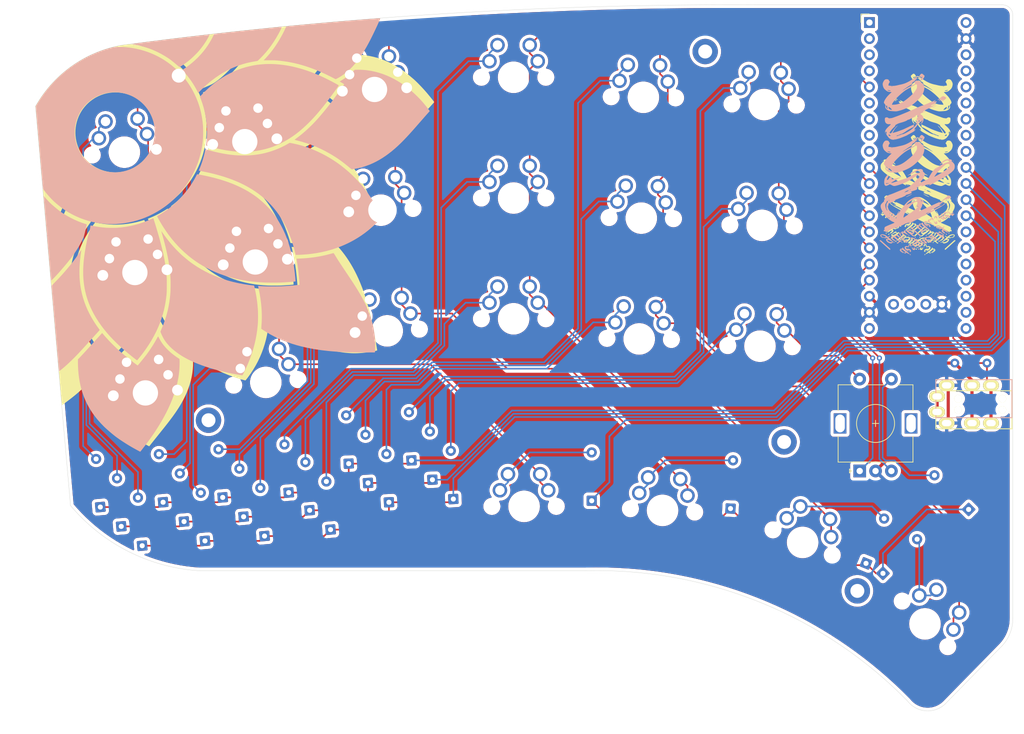
<source format=kicad_pcb>
(kicad_pcb (version 20211014) (generator pcbnew)
  (layers (0 "F.Cu" signal) (31 "B.Cu" signal) (34 "B.Paste" user) (35 "F.Paste" user) (36 "B.SilkS" user "B.Silkscreen") (37 "F.SilkS" user "F.Silkscreen") (38 "B.Mask" user) (39 "F.Mask" user) (44 "Edge.Cuts" user))
  (net 0 "")
  (net 1 "row0")
  (net 2 "Net-(D1-Pad2)")
  (net 3 "row1")
  (net 4 "Net-(D2-Pad2)")
  (net 5 "row2")
  (net 6 "Net-(D3-Pad2)")
  (net 7 "row3")
  (net 8 "Net-(D4-Pad2)")
  (net 9 "Net-(D5-Pad2)")
  (net 10 "Net-(D6-Pad2)")
  (net 11 "Net-(D7-Pad2)")
  (net 12 "Net-(D8-Pad2)")
  (net 13 "Net-(D9-Pad2)")
  (net 14 "Net-(D10-Pad2)")
  (net 15 "Net-(D11-Pad2)")
  (net 16 "Net-(D12-Pad2)")
  (net 17 "Net-(D13-Pad2)")
  (net 18 "Net-(D14-Pad2)")
  (net 19 "Net-(D15-Pad2)")
  (net 20 "Net-(D16-Pad2)")
  (net 21 "Net-(D17-Pad2)")
  (net 22 "Net-(D18-Pad2)")
  (net 23 "Net-(D19-Pad2)")
  (net 24 "Net-(D20-Pad2)")
  (net 25 "Net-(D21-Pad2)")
  (net 26 "Net-(D22-Pad2)")
  (net 27 "col0")
  (net 28 "col1")
  (net 29 "col2")
  (net 30 "col3")
  (net 31 "col4")
  (net 32 "col5")
  (net 33 "GND")
  (net 34 "DATA")
  (net 35 "+5V")
  (net 60 "Net-(D23-Pad2)")
  (net 61 "ROTA")
  (net 62 "ROTB")
  (net 64 "unconnected-(J1-PadA)")
  (footprint "switches:SW_MX_reversible_NoSilk" (layer "F.Cu") (at 87.1474 108.585 5)
    (fp_text reference "SW6" hide)
    (fp_text value "SW_Push")
  )
  (footprint "switches:SW_MX_reversible_NoSilk" (layer "F.Cu") (at 104.299 62.373 3)
    (fp_text reference "SW8" hide)
    (fp_text value "SW_Push")
  )
  (footprint "acheron_Components:D_THT_7.62mm_copy" (layer "F.Cu") (at 90.424 122.174 95)
    (fp_text reference "D12")
    (fp_text value "D_Small")
  )
  (footprint "acheron_Components:D_THT_7.62mm_copy" (layer "F.Cu") (at 70.612 123.698 95)
    (fp_text reference "D4")
    (fp_text value "D_Small")
  )
  (footprint "acheron_Components:D_THT_7.62mm_copy" (layer "F.Cu") (at 97.028 128.016 95)
    (fp_text reference "D14")
    (fp_text value "D_Small")
  )
  (footprint "acheron_Components:D_THT_7.62mm_copy" (layer "F.Cu") (at 77.216 129.794 95)
    (fp_text reference "D6")
    (fp_text value "D_Small")
  )
  (footprint "used_footprints:M2_HOLE_PCB" (layer "F.Cu") (at 78.105 114.554)
    (fp_text reference "H3" hide)
    (fp_text value "Hole")
  )
  (footprint "switches:SW_MX_reversible_NoSilk" (layer "F.Cu") (at 64.83 72.263 5)
    (fp_text reference "SW1" hide)
    (fp_text value "SW_Push")
  )
  (footprint "used_footprints:M2_HOLE_PCB" (layer "F.Cu") (at 180.467 141.478)
    (fp_text reference "H5" hide)
    (fp_text value "Hole")
  )
  (footprint "logo:designRed" (layer "F.Cu") (at 189.552363 85.2 155.5)
    (fp_text reference "G***" hide)
    (fp_text value "LOGO" hide)
  )
  (footprint "used_footprints:M2_HOLE_PCB" (layer "F.Cu") (at 156.464 56.388)
    (fp_text reference "H2" hide)
    (fp_text value "Hole")
  )
  (footprint "acheron_Components:D_THT_7.62mm_copy" (layer "F.Cu") (at 195.326 125.9332 135)
    (fp_text reference "D23")
    (fp_text value "D_Small")
  )
  (footprint "acheron_Components:D_THT_7.62mm_copy" (layer "F.Cu") (at 80.01 122.936 95)
    (fp_text reference "D8")
    (fp_text value "D_Small")
  )
  (footprint "acheron_Components:D_THT_7.62mm_copy" (layer "F.Cu") (at 183.261 133.604 68)
    (fp_text reference "D15")
    (fp_text value "D_Small")
  )
  (footprint "switches:SW_MX_reversible_NoSilk" (layer "F.Cu") (at 126.238 98.552)
    (fp_text reference "SW14" hide)
    (fp_text value "SW_Push")
  )
  (footprint "acheron_Components:D_THT_7.62mm_copy" (layer "F.Cu") (at 109.9274 117.088779 93)
    (fp_text reference "D20")
    (fp_text value "D_Small")
  )
  (footprint "acheron_Components:D_THT_7.62mm_copy" (layer "F.Cu") (at 93.726 124.968 95)
    (fp_text reference "D13")
    (fp_text value "D_Small")
  )
  (footprint "switches:SW_MX_reversible_NoSilk" (layer "F.Cu") (at 171.831 133.830923 -23)
    (fp_text reference "SW15" hide)
    (fp_text value "SW_Push")
  )
  (footprint "gerbers:khada" (layer "F.Cu") (at 189.9844 72.39 90)
    (fp_text reference "G***" hide)
    (fp_text value "LOGO" hide)
  )
  (footprint "acheron_Components:D_THT_7.62mm_copy" (layer "F.Cu") (at 116.5314 123.184779 93)
    (fp_text reference "D22")
    (fp_text value "D_Small")
  )
  (footprint "switches:SW_MX_reversible_NoSilk" (layer "F.Cu") (at 105.299 81.415 3)
    (fp_text reference "SW9" hide)
    (fp_text value "SW_Push")
  )
  (footprint "acheron_Components:D_THT_7.62mm_copy" (layer "F.Cu") (at 138.557 123.444 90)
    (fp_text reference "D7")
    (fp_text value "D_Small")
  )
  (footprint "switches:SW_MX_reversible_NoSilk" (layer "F.Cu") (at 146.05 101.727 -1)
    (fp_text reference "SW18" hide)
    (fp_text value "SW_Push")
  )
  (footprint "switches:SW_MX_reversible_NoSilk" (layer "F.Cu") (at 85.4874 89.593 5)
    (fp_text reference "SW5" hide)
    (fp_text value "SW_Push")
  )
  (footprint "switches:SW_MX_reversible_NoSilk" (layer "F.Cu") (at 149.733 128.778 -3)
    (fp_text reference "SW11" hide)
    (fp_text value "SW_Push")
  )
  (footprint "switches:SW_MX_reversible_NoSilk" (layer "F.Cu") (at 165.105 102.87 -1)
    (fp_text reference "SW22" hide)
    (fp_text value "SW_Push")
  )
  (footprint "acheron_Components:D_THT_7.62mm_copy" (layer "F.Cu") (at 64.008 127.508 95)
    (fp_text reference "D2")
    (fp_text value "D_Small")
  )
  (footprint "switches:SW_MX_reversible_NoSilk" (layer "F.Cu") (at 126.238 60.452)
    (fp_text reference "SW12" hide)
    (fp_text value "SW_Push")
  )
  (footprint "Resistor_THT:R_Axial_DIN0204_L3.6mm_D1.6mm_P5.08mm_Horizontal" (layer "F.Cu") (at 195.834 105.537)
    (fp_text reference "R1" hide)
    (fp_text value "10k")
  )
  (footprint "switches:SW_MX_reversible_NoSilk" (layer "F.Cu") (at 126.238 79.502)
    (fp_text reference "SW13" hide)
    (fp_text value "SW_Push")
  )
  (footprint "switches:SW_MX_reversible_NoSilk" (layer "F.Cu") (at 165.765 64.756 -1)
    (fp_text reference "SW20" hide)
    (fp_text value "SW_Push")
  )
  (footprint "acheron_Components:D_THT_7.62mm_copy" (layer "F.Cu") (at 83.312 125.984 95)
    (fp_text reference "D9")
    (fp_text value "D_Small")
  )
  (footprint "switches:SW_MX_reversible_NoSilk" (layer "F.Cu") (at 106.299712 100.457 3)
    (fp_text reference "SW10" hide)
    (fp_text value "SW_Push")
  )
  (footprint "acheron_Components:D_THT_7.62mm_copy" (layer "F.Cu") (at 160.655 124.686923 87)
    (fp_text reference "D11")
    (fp_text value "D_Small")
  )
  (footprint "acheron_Components:D_THT_7.62mm_copy" (layer "F.Cu") (at 73.914 126.746 95)
    (fp_text reference "D5")
    (fp_text value "D_Small")
  )
  (footprint "acheron_Components:D_THT_7.62mm_copy" (layer "F.Cu") (at 60.706 124.46 95)
    (fp_text reference "D1")
    (fp_text value "D_Small")
  )
  (footprint "switches:SW_MX_reversible_NoSilk" (layer "F.Cu") (at 66.49 91.255 5)
    (fp_text reference "SW2" hide)
    (fp_text value "SW_Push")
  )
  (footprint "acheron_Components:D_THT_7.62mm_copy" (layer "F.Cu") (at 103.0694 120.644779 93)
    (fp_text reference "D17")
    (fp_text value "D_Small")
  )
  (footprint "used_footprints:M2_HOLE_PCB" (layer "F.Cu") (at 168.91 117.983)
    (fp_text reference "H4" hide)
    (fp_text value "Hole")
  )
  (footprint "acheron_Components:D_THT_7.62mm_copy" (layer "F.Cu") (at 67.31 130.556 95)
    (fp_text reference "D3")
    (fp_text value "D_Small")
  )
  (footprint "acheron_Components:D_THT_7.62mm_copy" (layer "F.Cu") (at 100.0214 117.596779 93)
    (fp_text reference "D16")
    (fp_text value "D_Small")
  )
  (footprint "logo:lotusFront" (layer "F.Cu") (at 82.2706 85.09)
    (fp_text reference "G***" hide)
    (fp_text value "LOGO" hide)
  )
  (footprint "blackpills:YAAJ_WeAct_BlackPill_SWD_2" (layer "F.Cu") (at 182.372 51.816)
    (fp_text reference "U1" hide)
    (fp_text value "YAAJ_WeAct_BlackPill_Part_Like_SWD_Breakout" hide)
  )
  (footprint "switches:SW_MX_reversible_NoSilk" (layer "F.Cu") (at 127.889 128.143)
    (fp_text reference "SW7" hide)
    (fp_text value "SW_Push")
  )
  (footprint "switches:SW_MX_reversible_NoSilk" (layer "F.Cu") (at 191.135 146.685 -45)
    (fp_text reference "SW19" hide)
    (fp_text value "SW_Push")
  )
  (footprint "switches:SW_MX_reversible_NoSilk" (layer "F.Cu") (at 146.3802 82.67 -1)
    (fp_text reference "SW17" hide)
    (fp_text value "SW_Push")
  )
  (footprint "acheron_Components:D_THT_7.62mm_copy" (layer "F.Cu") (at 86.614 129.032 95)
    (fp_text reference "D10")
    (fp_text value "D_Small")
  )
  (footprint "used_footprints:M2_HOLE_PCB" (layer "F.Cu") (at 73.406 60.198)
    (fp_text reference "H1" hide)
    (fp_text value "Hole")
  )
  (footprint "switches:SW_MX_reversible_NoSilk" (layer "F.Cu") (at 165.435 83.813 -1)
    (fp_text reference "SW21" hide)
    (fp_text value "SW_Push")
  )
  (footprint "switches:SW_MX_reversible_NoSilk" (layer "F.Cu") (at 146.7102 63.613 -1)
    (fp_text reference "SW16" hide)
    (fp_text value "SW_Push")
  )
  (footprint "acheron_Components:D_THT_7.62mm_copy" (layer "F.Cu") (at 187.198 136.017 45)
    (fp_text reference "D19")
    (fp_text value "D_Small")
  )
  (footprint "switches:SW_MX_reversible_NoSilk" (layer "F.Cu") (at 83.8274 70.601 5)
    (fp_text reference "SW4" hide)
    (fp_text value "SW_Push")
  )
  (footprint "acheron_Components:D_THT_7.62mm_copy" (layer "F.Cu") (at 113.2294 120.136779 93)
    (fp_text reference "D21")
    (fp_text value "D_Small")
  )
  (footprint "switches:SW_MX_reversible_NoSilk" (layer "F.Cu") (at 68.15 110.247 5)
    (fp_text reference "SW3" hide)
    (fp_text value "SW_Push")
  )
  (footprint "kbd:MJ-4PP-9" (layer "F.Cu") (at 204.851 112.903 -90)
    (fp_text reference "J1")
    (fp_text value "MJ-4PP-9" hide)
  )
  (footprint "acheron_Components:D_THT_7.62mm_copy" (layer "F.Cu") (at 106.3714 123.692779 93)
    (fp_text reference "D18")
    (fp_text value "D_Small")
  )
  (footprint "keebio:RotaryEncoder_Alps_EC11E-Switch_Vertical_H20mm" (layer "F.Cu") (at 183.3372 115.062 90)
    (fp_text reference "SW23" hide)
    (fp_text value "RotaryEncoder_Switch")
  )
  (footprint "logo:lotusBack" (layer "B.Cu") (at 81.93 85.31 180)
    (fp_text reference "G***" hide)
    (fp_text value "LOGO" hide)
  )
  (footprint "logo:designRed" (layer "B.Cu") (at 190.373 85.2 24.5)
    (fp_text reference "G***" hide)
    (fp_text value "LOGO" hide)
  )
  (footprint "gerbers:khada" (layer "B.Cu") (at 189.9844 72.39 90)
    (fp_text reference "G***" hide)
    (fp_text value "LOGO" hide)
  )
  (gr_line (start 205 50.670148) (end 205 145.796) (layer "Edge.Cuts") (width 0.05))
  (gr_line (start 203.327 150.114) (end 194.306588 159.328408) (layer "Edge.Cuts") (width 0.05))
  (gr_arc (start 205 145.796) (mid 204.573635 148.113906) (end 203.327 150.114) (layer "Edge.Cuts") (width 0.05))
  (gr_line (start 137.668 138.303) (end 76.658211 138.303) (layer "Edge.Cuts") (width 0.05))
  (gr_arc (start 50.8 65.024) (mid 56.552913 58.655901) (end 64.482867 55.374967) (layer "Edge.Cuts") (width 0.05))
  (gr_arc (start 137.668 138.303) (mid 165.186051 143.302834) (end 188.413261 158.88289) (layer "Edge.Cuts") (width 0.05))
  (gr_line (start 56.338211 128.016) (end 50.8 65.024) (layer "Edge.Cuts") (width 0.05))
  (gr_arc (start 64.482867 55.374967) (mid 114.27152 50.483686) (end 164.2785 49.022) (layer "Edge.Cuts") (width 0.05))
  (gr_arc (start 76.658211 138.303) (mid 65.443605 135.242672) (end 56.338211 128.016) (layer "Edge.Cuts") (width 0.05))
  (gr_arc (start 194.306588 159.328408) (mid 191.262 160.401) (end 188.413261 158.88289) (layer "Edge.Cuts") (width 0.05))
  (gr_arc (start 203.327 49.022) (mid 204.508461 49.495912) (end 205 50.670148) (layer "Edge.Cuts") (width 0.05))
  (gr_line (start 164.2785 49.022) (end 203.327 49.022) (layer "Edge.Cuts") (width 0.05))
  (segment (start 90.756063 125.969502) (end 97.804498 125.969502) (width 0.254) (layer "F.Cu") (net 1))
  (segment (start 80.342063 126.731502) (end 89.994063 126.731502) (width 0.254) (layer "F.Cu") (net 1))
  (segment (start 79.580063 127.493502) (end 80.342063 126.731502) (width 0.254) (layer "F.Cu") (net 1))
  (segment (start 61.038063 128.255502) (end 70.182063 128.255502) (width 0.254) (layer "F.Cu") (net 1))
  (segment (start 100.2208 121.401558) (end 109.6188 121.401558) (width 0.254) (layer "F.Cu") (net 1))
  (segment (start 100.2208 123.5532) (end 100.2208 121.401558) (width 0.254) (layer "F.Cu") (net 1))
  (segment (start 89.994063 126.731502) (end 90.756063 125.969502) (width 0.254) (layer "F.Cu") (net 1))
  (segment (start 70.944063 127.493502) (end 79.580063 127.493502) (width 0.254) (layer "F.Cu") (net 1))
  (segment (start 97.804498 125.969502) (end 100.2208 123.5532) (width 0.254) (layer "F.Cu") (net 1))
  (segment (start 109.6188 121.401558) (end 110.1268 120.893558) (width 0.254) (layer "F.Cu") (net 1))
  (segment (start 70.182063 128.255502) (end 70.944063 127.493502) (width 0.254) (layer "F.Cu") (net 1))
  (segment (start 202.184 100.862774) (end 202.184 86.36) (width 0.254) (layer "B.Cu") (net 1))
  (segment (start 202.184 86.36) (end 198.12 82.296) (width 0.254) (layer "B.Cu") (net 1))
  (segment (start 118.120442 120.893558) (end 125.984 113.03) (width 0.254) (layer "B.Cu") (net 1))
  (segment (start 201.009334 102.03744) (end 202.184 100.862774) (width 0.254) (layer "B.Cu") (net 1))
  (segment (start 198.12 82.296) (end 197.612 82.296) (width 0.254) (layer "B.Cu") (net 1))
  (segment (start 110.1268 120.893558) (end 118.120442 120.893558) (width 0.254) (layer "B.Cu") (net 1))
  (segment (start 178.308137 102.03744) (end 201.009334 102.03744) (width 0.254) (layer "B.Cu") (net 1))
  (segment (start 167.315574 113.03) (end 178.308137 102.03744) (width 0.254) (layer "B.Cu") (net 1))
  (segment (start 125.984 113.03) (end 167.315574 113.03) (width 0.254) (layer "B.Cu") (net 1))
  (segment (start 60.813123 70.064729) (end 60.813123 68.467498) (width 0.254) (layer "B.Cu") (net 2))
  (segment (start 58.32681 71.72119) (end 59.983271 70.064729) (width 0.254) (layer "B.Cu") (net 2))
  (segment (start 60.813123 68.467498) (end 61.856914 67.423707) (width 0.254) (layer "B.Cu") (net 2))
  (segment (start 58.32681 118.617371) (end 58.32681 71.72119) (width 0.254) (layer "B.Cu") (net 2))
  (segment (start 60.373937 120.664498) (end 58.32681 118.617371) (width 0.254) (layer "B.Cu") (net 2))
  (segment (start 64.340063 131.303502) (end 73.484063 131.303502) (width 0.254) (layer "F.Cu") (net 3))
  (segment (start 103.2688 124.449558) (end 112.9208 124.449558) (width 0.254) (layer "F.Cu") (net 3))
  (segment (start 83.644063 129.779502) (end 93.042063 129.779502) (width 0.254) (layer "F.Cu") (net 3))
  (segment (start 94.058063 128.763502) (end 100.852498 128.763502) (width 0.254) (layer "F.Cu") (net 3))
  (segment (start 103.2688 126.3472) (end 103.2688 124.449558) (width 0.254) (layer "F.Cu") (net 3))
  (segment (start 74.246063 130.541502) (end 82.882063 130.541502) (width 0.254) (layer "F.Cu") (net 3))
  (segment (start 73.484063 131.303502) (end 74.246063 130.541502) (width 0.254) (layer "F.Cu") (net 3))
  (segment (start 100.852498 128.763502) (end 103.2688 126.3472) (width 0.254) (layer "F.Cu") (net 3))
  (segment (start 82.882063 130.541502) (end 83.644063 129.779502) (width 0.254) (layer "F.Cu") (net 3))
  (segment (start 112.9208 124.449558) (end 113.4288 123.941558) (width 0.254) (layer "F.Cu") (net 3))
  (segment (start 93.042063 129.779502) (end 94.058063 128.763502) (width 0.254) (layer "F.Cu") (net 3))
  (segment (start 201.219556 102.54496) (end 202.69152 101.072996) (width 0.254) (layer "B.Cu") (net 3))
  (segment (start 113.4288 123.941558) (end 115.790183 123.941558) (width 0.254) (layer "B.Cu") (net 3))
  (segment (start 178.518358 102.54496) (end 201.219556 102.54496) (width 0.254) (layer "B.Cu") (net 3))
  (segment (start 202.69152 101.072996) (end 202.69152 84.83552) (width 0.254) (layer "B.Cu") (net 3))
  (segment (start 115.790183 123.941558) (end 126.194222 113.53752) (width 0.254) (layer "B.Cu") (net 3))
  (segment (start 167.525796 113.53752) (end 178.518358 102.54496) (width 0.254) (layer "B.Cu") (net 3))
  (segment (start 202.69152 84.83552) (end 197.612 79.756) (width 0.254) (layer "B.Cu") (net 3))
  (segment (start 126.194222 113.53752) (end 167.525796 113.53752) (width 0.254) (layer "B.Cu") (net 3))
  (segment (start 63.675937 120.157607) (end 58.83433 115.316) (width 0.254) (layer "B.Cu") (net 4))
  (segment (start 62.473123 87.459498) (end 63.516914 86.415707) (width 0.254) (layer "B.Cu") (net 4))
  (segment (start 63.675937 123.712498) (end 63.675937 120.157607) (width 0.254) (layer "B.Cu") (net 4))
  (segment (start 60.803271 89.056729) (end 62.473123 89.056729) (width 0.254) (layer "B.Cu") (net 4))
  (segment (start 62.473123 89.056729) (end 62.473123 87.459498) (width 0.254) (layer "B.Cu") (net 4))
  (segment (start 58.83433 91.02567) (end 60.803271 89.056729) (width 0.254) (layer "B.Cu") (net 4))
  (segment (start 58.83433 115.316) (end 58.83433 91.02567) (width 0.254) (layer "B.Cu") (net 4))
  (segment (start 86.946063 132.827502) (end 96.344063 132.827502) (width 0.254) (layer "F.Cu") (net 5))
  (segment (start 97.360063 131.811502) (end 104.154498 131.811502) (width 0.254) (layer "F.Cu") (net 5))
  (segment (start 86.184063 133.589502) (end 86.946063 132.827502) (width 0.254) (layer "F.Cu") (net 5))
  (segment (start 96.344063 132.827502) (end 97.360063 131.811502) (width 0.254) (layer "F.Cu") (net 5))
  (segment (start 116.2228 127.497558) (end 116.7308 126.989558) (width 0.254) (layer "F.Cu") (net 5))
  (segment (start 77.548063 133.589502) (end 86.184063 133.589502) (width 0.254) (layer "F.Cu") (net 5))
  (segment (start 106.5708 129.3952) (end 106.5708 127.497558) (width 0.254) (layer "F.Cu") (net 5))
  (segment (start 106.5708 127.497558) (end 116.2228 127.497558) (width 0.254) (layer "F.Cu") (net 5))
  (segment (start 76.786063 134.351502) (end 77.548063 133.589502) (width 0.254) (layer "F.Cu") (net 5))
  (segment (start 67.642063 134.351502) (end 76.786063 134.351502) (width 0.254) (layer "F.Cu") (net 5))
  (segment (start 104.154498 131.811502) (end 106.5708 129.3952) (width 0.254) (layer "F.Cu") (net 5))
  (segment (start 203.2 86.656819) (end 203.2 82.804) (width 0.254) (layer "B.Cu") (net 5))
  (segment (start 116.7308 123.718683) (end 126.404444 114.04504) (width 0.254) (layer "B.Cu") (net 5))
  (segment (start 201.429778 103.05248) (end 203.19904 101.283218) (width 0.254) (layer "B.Cu") (net 5))
  (segment (start 167.736018 114.04504) (end 178.728579 103.05248) (width 0.254) (layer "B.Cu") (net 5))
  (segment (start 203.19904 86.657779) (end 203.2 86.656819) (width 0.254) (layer "B.Cu") (net 5))
  (segment (start 116.7308 126.989558) (end 116.7308 123.718683) (width 0.254) (layer "B.Cu") (net 5))
  (segment (start 126.404444 114.04504) (end 167.736018 114.04504) (width 0.254) (layer "B.Cu") (net 5))
  (segment (start 203.19904 101.283218) (end 203.19904 86.657779) (width 0.254) (layer "B.Cu") (net 5))
  (segment (start 178.728579 103.05248) (end 201.429778 103.05248) (width 0.254) (layer "B.Cu") (net 5))
  (segment (start 203.2 82.804) (end 197.612 77.216) (width 0.254) (layer "B.Cu") (net 5))
  (segment (start 64.133123 108.048729) (end 64.133123 106.451498) (width 0.254) (layer "B.Cu") (net 6))
  (segment (start 59.34185 110.83815) (end 62.142271 108.037729) (width 0.254) (layer "B.Cu") (net 6))
  (segment (start 62.142271 108.037729) (end 64.055123 108.037729) (width 0.254) (layer "B.Cu") (net 6))
  (segment (start 66.977937 122.741865) (end 59.34185 115.105778) (width 0.254) (layer "B.Cu") (net 6))
  (segment (start 59.34185 115.105778) (end 59.34185 110.83815) (width 0.254) (layer "B.Cu") (net 6))
  (segment (start 66.977937 126.760498) (end 66.977937 122.741865) (width 0.254) (layer "B.Cu") (net 6))
  (segment (start 64.133123 106.451498) (end 65.176914 105.407707) (width 0.254) (layer "B.Cu") (net 6))
  (segment (start 181.556319 137.414) (end 181.833749 137.13657) (width 0.254) (layer "F.Cu") (net 7))
  (segment (start 160.4556 128.491702) (end 160.495702 128.491702) (width 0.254) (layer "F.Cu") (net 7))
  (segment (start 138.557 127.254) (end 144.145 132.842) (width 0.254) (layer "F.Cu") (net 7))
  (segment (start 183.408256 138.711077) (end 184.503923 138.711077) (width 0.254) (layer "F.Cu") (net 7))
  (segment (start 160.495702 128.491702) (end 169.418 137.414) (width 0.254) (layer "F.Cu") (net 7))
  (segment (start 144.145 132.842) (end 156.105302 132.842) (width 0.254) (layer "F.Cu") (net 7))
  (segment (start 181.833749 137.13657) (end 183.408256 138.711077) (width 0.254) (layer "F.Cu") (net 7))
  (segment (start 156.105302 132.842) (end 160.4556 128.491702) (width 0.254) (layer "F.Cu") (net 7))
  (segment (start 169.418 137.414) (end 181.556319 137.414) (width 0.254) (layer "F.Cu") (net 7))
  (segment (start 184.503923 135.536077) (end 191.412723 128.627277) (width 0.254) (layer "B.Cu") (net 7))
  (segment (start 203.70752 86.86704) (end 203.70752 80.77152) (width 0.254) (layer "B.Cu") (net 7))
  (segment (start 167.94624 114.55256) (end 178.9388 103.56) (width 0.254) (layer "B.Cu") (net 7))
  (segment (start 203.70656 101.49344) (end 203.70656 86.868) (width 0.254) (layer "B.Cu") (net 7))
  (segment (start 203.70656 86.868) (end 203.70752 86.86704) (width 0.254) (layer "B.Cu") (net 7))
  (segment (start 203.70752 80.77152) (end 197.612 74.676) (width 0.254) (layer "B.Cu") (net 7))
  (segment (start 178.9388 103.56) (end 201.64 103.56) (width 0.254) (layer "B.Cu") (net 7))
  (segment (start 201.64 103.56) (end 203.70656 101.49344) (width 0.254) (layer "B.Cu") (net 7))
  (segment (start 138.557 127.127) (end 141.351 124.333) (width 0.254) (layer "B.Cu") (net 7))
  (segment (start 141.351 117.094) (end 143.89244 114.55256) (width 0.254) (layer "B.Cu") (net 7))
  (segment (start 141.351 124.333) (end 141.351 117.094) (width 0.254) (layer "B.Cu") (net 7))
  (segment (start 138.557 127.254) (end 138.557 127.127) (width 0.254) (layer "B.Cu") (net 7))
  (segment (start 184.503923 138.711077) (end 184.503923 135.536077) (width 0.254) (layer "B.Cu") (net 7))
  (segment (start 143.89244 114.55256) (end 167.94624 114.55256) (width 0.254) (layer "B.Cu") (net 7))
  (segment (start 191.412723 128.627277) (end 198.020077 128.627277) (width 0.254) (layer "B.Cu") (net 7))
  (segment (start 79.777723 68.261329) (end 77.026671 68.261329) (width 0.254) (layer "B.Cu") (net 8))
  (segment (start 74.676 117.9068) (end 72.680302 119.902498) (width 0.254) (layer "B.Cu") (net 8))
  (segment (start 79.810523 66.805498) (end 80.854314 65.761707) (width 0.254) (layer "B.Cu") (net 8))
  (segment (start 77.026671 68.261329) (end 74.676 70.612) (width 0.254) (layer "B.Cu") (net 8))
  (segment (start 72.680302 119.902498) (end 70.279937 119.902498) (width 0.254) (layer "B.Cu") (net 8))
  (segment (start 74.676 70.612) (end 74.676 117.9068) (width 0.254) (layer "B.Cu") (net 8))
  (segment (start 79.810523 68.402729) (end 79.810523 66.805498) (width 0.254) (layer "B.Cu") (net 8))
  (segment (start 75.184 90.17) (end 75.184 121.348435) (width 0.254) (layer "B.Cu") (net 9))
  (segment (start 75.184 121.348435) (end 73.581937 122.950498) (width 0.254) (layer "B.Cu") (net 9))
  (segment (start 81.470523 87.394729) (end 81.470523 85.797498) (width 0.254) (layer "B.Cu") (net 9))
  (segment (start 81.470523 85.797498) (end 82.514314 84.753707) (width 0.254) (layer "B.Cu") (net 9))
  (segment (start 78.017271 87.336729) (end 75.184 90.17) (width 0.254) (layer "B.Cu") (net 9))
  (segment (start 81.454123 87.336729) (end 78.017271 87.336729) (width 0.254) (layer "B.Cu") (net 9))
  (segment (start 75.692 124.806561) (end 76.883937 125.998498) (width 0.254) (layer "B.Cu") (net 10))
  (segment (start 78.271271 106.386729) (end 75.692 108.966) (width 0.254) (layer "B.Cu") (net 10))
  (segment (start 83.130523 104.789498) (end 84.174314 103.745707) (width 0.254) (layer "B.Cu") (net 10))
  (segment (start 83.130523 106.386729) (end 83.130523 104.789498) (width 0.254) (layer "B.Cu") (net 10))
  (segment (start 75.692 108.966) (end 75.692 124.806561) (width 0.254) (layer "B.Cu") (net 10))
  (segment (start 83.105123 106.386729) (end 78.271271 106.386729) (width 0.254) (layer "B.Cu") (net 10))
  (segment (start 125.349 123.063) (end 128.778 119.634) (width 0.254) (layer "B.Cu") (net 11))
  (segment (start 128.778 119.634) (end 138.557 119.634) (width 0.254) (layer "B.Cu") (net 11))
  (segment (start 124.079 125.603) (end 125.349 124.333) (width 0.254) (layer "B.Cu") (net 11))
  (segment (start 125.349 124.333) (end 125.349 123.063) (width 0.254) (layer "B.Cu") (net 11))
  (segment (start 93.726 108.419516) (end 93.726 64.008) (width 0.254) (layer "B.Cu") (net 12))
  (segment (start 97.698119 60.035881) (end 100.361288 60.035881) (width 0.254) (layer "B.Cu") (net 12))
  (segment (start 100.361288 58.568221) (end 101.496614 57.432895) (width 0.254) (layer "B.Cu") (net 12))
  (segment (start 79.692435 119.126) (end 83.019516 119.126) (width 0.254) (layer "B.Cu") (net 12))
  (segment (start 100.361288 60.035881) (end 100.361288 58.568221) (width 0.254) (layer "B.Cu") (net 12))
  (segment (start 93.726 64.008) (end 97.698119 60.035881) (width 0.254) (layer "B.Cu") (net 12))
  (segment (start 83.019516 119.126) (end 93.726 108.419516) (width 0.254) (layer "B.Cu") (net 12))
  (segment (start 82.979937 119.883321) (end 94.23352 108.629738) (width 0.254) (layer "B.Cu") (net 13))
  (segment (start 101.361288 79.077881) (end 101.361288 77.610221) (width 0.254) (layer "B.Cu") (net 13))
  (segment (start 98.214119 79.077881) (end 101.361288 79.077881) (width 0.254) (layer "B.Cu") (net 13))
  (segment (start 94.23352 108.629738) (end 94.23352 83.05848) (width 0.254) (layer "B.Cu") (net 13))
  (segment (start 101.361288 77.610221) (end 102.496614 76.474895) (width 0.254) (layer "B.Cu") (net 13))
  (segment (start 82.979937 122.188498) (end 82.979937 119.883321) (width 0.254) (layer "B.Cu") (net 13))
  (segment (start 94.23352 83.05848) (end 98.214119 79.077881) (width 0.254) (layer "B.Cu") (net 13))
  (segment (start 94.742 102.108) (end 98.730119 98.119881) (width 0.254) (layer "B.Cu") (net 14))
  (segment (start 86.281937 117.299063) (end 94.742 108.839) (width 0.254) (layer "B.Cu") (net 14))
  (segment (start 86.281937 125.236498) (end 86.281937 117.299063) (width 0.254) (layer "B.Cu") (net 14))
  (segment (start 98.730119 98.119881) (end 102.362 98.119881) (width 0.254) (layer "B.Cu") (net 14))
  (segment (start 94.742 108.839) (end 94.742 102.108) (width 0.254) (layer "B.Cu") (net 14))
  (segment (start 102.362 98.119881) (end 102.362 96.652221) (width 0.254) (layer "B.Cu") (net 14))
  (segment (start 102.362 96.652221) (end 103.497326 95.516895) (width 0.254) (layer "B.Cu") (net 14))
  (segment (start 147.462348 123.572029) (end 150.152233 120.882144) (width 0.254) (layer "B.Cu") (net 15))
  (segment (start 150.152233 120.882144) (end 160.8544 120.882144) (width 0.254) (layer "B.Cu") (net 15))
  (segment (start 146.061155 126.042081) (end 147.462348 124.640888) (width 0.254) (layer "B.Cu") (net 15))
  (segment (start 147.462348 124.640888) (end 147.462348 123.572029) (width 0.254) (layer "B.Cu") (net 15))
  (segment (start 100.584 106.426) (end 110.236 106.426) (width 0.254) (layer "B.Cu") (net 16))
  (segment (start 90.091937 116.918063) (end 100.584 106.426) (width 0.254) (layer "B.Cu") (net 16))
  (segment (start 114.3 102.362) (end 114.3 62.738) (width 0.254) (layer "B.Cu") (net 16))
  (segment (start 90.091937 118.378498) (end 90.091937 116.918063) (width 0.254) (layer "B.Cu") (net 16))
  (segment (start 119.126 57.912) (end 122.428 57.912) (width 0.254) (layer "B.Cu") (net 16))
  (segment (start 110.236 106.426) (end 114.3 102.362) (width 0.254) (layer "B.Cu") (net 16))
  (segment (start 123.698 55.372) (end 122.428 56.642) (width 0.254) (layer "B.Cu") (net 16))
  (segment (start 122.428 56.642) (end 122.428 57.912) (width 0.254) (layer "B.Cu") (net 16))
  (segment (start 114.3 62.738) (end 119.126 57.912) (width 0.254) (layer "B.Cu") (net 16))
  (segment (start 122.428 75.692) (end 122.428 76.962) (width 0.254) (layer "B.Cu") (net 17))
  (segment (start 110.445741 106.934) (end 114.80752 102.572221) (width 0.254) (layer "B.Cu") (net 17))
  (segment (start 114.80752 102.572221) (end 114.80752 81.02648) (width 0.254) (layer "B.Cu") (net 17))
  (segment (start 114.80752 81.02648) (end 118.872 76.962) (width 0.254) (layer "B.Cu") (net 17))
  (segment (start 93.393937 114.333805) (end 100.793742 106.934) (width 0.254) (layer "B.Cu") (net 17))
  (segment (start 118.872 76.962) (end 122.428 76.962) (width 0.254) (layer "B.Cu") (net 17))
  (segment (start 123.698 74.422) (end 122.428 75.692) (width 0.254) (layer "B.Cu") (net 17))
  (segment (start 93.393937 121.172498) (end 93.393937 114.333805) (width 0.254) (layer "B.Cu") (net 17))
  (segment (start 100.793742 106.934) (end 110.445741 106.934) (width 0.254) (layer "B.Cu") (net 17))
  (segment (start 115.31504 102.782442) (end 110.655962 107.44152) (width 0.254) (layer "B.Cu") (net 18))
  (segment (start 115.31504 99.36576) (end 115.31504 102.782442) (width 0.254) (layer "B.Cu") (net 18))
  (segment (start 122.428 96.012) (end 118.6688 96.012) (width 0.254) (layer "B.Cu") (net 18))
  (segment (start 122.428 94.742) (end 122.428 96.012) (width 0.254) (layer "B.Cu") (net 18))
  (segment (start 96.695937 111.749547) (end 96.695937 124.220498) (width 0.254) (layer "B.Cu") (net 18))
  (segment (start 118.6688 96.012) (end 115.31504 99.36576) (width 0.254) (layer "B.Cu") (net 18))
  (segment (start 101.003964 107.44152) (end 96.695937 111.749547) (width 0.254) (layer "B.Cu") (net 18))
  (segment (start 110.655962 107.44152) (end 101.003964 107.44152) (width 0.254) (layer "B.Cu") (net 18))
  (segment (start 123.698 93.472) (end 122.428 94.742) (width 0.254) (layer "B.Cu") (net 18))
  (segment (start 169.316334 130.004155) (end 171.158188 128.162301) (width 0.254) (layer "B.Cu") (net 19))
  (segment (start 171.158188 128.162301) (end 171.477832 128.162301) (width 0.254) (layer "B.Cu") (net 19))
  (segment (start 182.779122 128.162301) (end 184.688251 130.07143) (width 0.254) (layer "B.Cu") (net 19))
  (segment (start 171.477832 128.162301) (end 182.779122 128.162301) (width 0.254) (layer "B.Cu") (net 19))
  (segment (start 110.866183 107.94904) (end 113.405224 105.41) (width 0.254) (layer "B.Cu") (net 20))
  (segment (start 113.405224 105.41) (end 131.064 105.41) (width 0.254) (layer "B.Cu") (net 20))
  (segment (start 139.918507 60.995493) (end 142.945309 60.995493) (width 0.254) (layer "B.Cu") (net 20))
  (segment (start 144.259245 58.489445) (end 142.945109 59.803581) (width 0.254) (layer "B.Cu") (net 20))
  (segment (start 131.064 105.41) (end 136.398 100.076) (width 0.254) (layer "B.Cu") (net 20))
  (segment (start 142.945109 59.803581) (end 142.945109 61.006893) (width 0.254) (layer "B.Cu") (net 20))
  (segment (start 105.66496 107.94904) (end 110.866183 107.94904) (width 0.254) (layer "B.Cu") (net 20))
  (segment (start 99.822 113.792) (end 105.66496 107.94904) (width 0.254) (layer "B.Cu") (net 20))
  (segment (start 136.398 64.516) (end 139.918507 60.995493) (width 0.254) (layer "B.Cu") (net 20))
  (segment (start 136.398 100.076) (end 136.398 64.516) (width 0.254) (layer "B.Cu") (net 20))
  (segment (start 113.615446 105.91752) (end 131.274221 105.91752) (width 0.254) (layer "B.Cu") (net 21))
  (segment (start 102.87 116.84) (end 102.87 111.461742) (width 0.254) (layer "B.Cu") (net 21))
  (segment (start 136.90552 82.80448) (end 139.664507 80.045493) (width 0.254) (layer "B.Cu") (net 21))
  (segment (start 105.875182 108.45656) (end 111.076404 108.45656) (width 0.254) (layer "B.Cu") (net 21))
  (segment (start 111.076404 108.45656) (end 113.615446 105.91752) (width 0.254) (layer "B.Cu") (net 21))
  (segment (start 136.90552 100.286221) (end 136.90552 82.80448) (width 0.254) (layer "B.Cu") (net 21))
  (segment (start 131.274221 105.91752) (end 136.90552 100.286221) (width 0.254) (layer "B.Cu") (net 21))
  (segment (start 142.615109 78.860581) (end 142.615109 80.063893) (width 0.254) (layer "B.Cu") (net 21))
  (segment (start 102.87 111.461742) (end 105.875182 108.45656) (width 0.254) (layer "B.Cu") (net 21))
  (segment (start 139.664507 80.045493) (end 142.589709 80.045493) (width 0.254) (layer "B.Cu") (net 21))
  (segment (start 143.929245 77.546445) (end 142.615109 78.860581) (width 0.254) (layer "B.Cu") (net 21))
  (segment (start 113.825668 106.42504) (end 131.484442 106.42504) (width 0.254) (layer "B.Cu") (net 22))
  (segment (start 138.788589 99.120893) (end 142.284909 99.120893) (width 0.254) (layer "B.Cu") (net 22))
  (segment (start 142.284909 97.917581) (end 142.284909 99.120893) (width 0.254) (layer "B.Cu") (net 22))
  (segment (start 111.286625 108.96408) (end 113.825668 106.42504) (width 0.254) (layer "B.Cu") (net 22))
  (segment (start 131.484442 106.42504) (end 138.788589 99.120893) (width 0.254) (layer "B.Cu") (net 22))
  (segment (start 106.172 119.888) (end 106.172 109.72608) (width 0.254) (layer "B.Cu") (net 22))
  (segment (start 143.599045 96.603445) (end 142.284909 97.917581) (width 0.254) (layer "B.Cu") (net 22))
  (segment (start 106.172 109.72608) (end 106.934 108.96408) (width 0.254) (layer "B.Cu") (net 22))
  (segment (start 106.934 108.96408) (end 111.286625 108.96408) (width 0.254) (layer "B.Cu") (net 22))
  (segment (start 190.236974 133.66782) (end 189.892077 133.322923) (width 0.254) (layer "B.Cu") (net 23))
  (segment (start 190.236974 142.194872) (end 192.033025 142.194872) (width 0.254) (layer "B.Cu") (net 23))
  (segment (start 190.363974 133.79482) (end 189.765077 133.195923) (width 0.254) (layer "B.Cu") (net 23))
  (segment (start 192.033025 142.194872) (end 192.931051 141.296846) (width 0.254) (layer "B.Cu") (net 23))
  (segment (start 190.236974 142.194872) (end 190.236974 133.66782) (width 0.254) (layer "B.Cu") (net 23))
  (segment (start 155.702 65.786) (end 159.338107 62.149893) (width 0.254) (layer "B.Cu") (net 24))
  (segment (start 161.999909 62.149893) (end 163.314045 60.835757) (width 0.254) (layer "B.Cu") (net 24))
  (segment (start 115.316 107.696) (end 151.638 107.696) (width 0.254) (layer "B.Cu") (net 24))
  (segment (start 163.314045 60.835757) (end 163.314045 59.632445) (width 0.254) (layer "B.Cu") (net 24))
  (segment (start 159.338107 62.149893) (end 161.999909 62.149893) (width 0.254) (layer "B.Cu") (net 24))
  (segment (start 151.638 107.696) (end 155.702 103.632) (width 0.254) (layer "B.Cu") (net 24))
  (segment (start 109.728 113.284) (end 115.316 107.696) (width 0.254) (layer "B.Cu") (net 24))
  (segment (start 155.702 103.632) (end 155.702 65.786) (width 0.254) (layer "B.Cu") (net 24))
  (segment (start 156.20952 103.842221) (end 156.20952 84.074) (width 0.254) (layer "B.Cu") (net 25))
  (segment (start 161.669909 81.206893) (end 162.984045 79.892757) (width 0.254) (layer "B.Cu") (net 25))
  (segment (start 115.525742 108.204) (end 116.078 108.204) (width 0.254) (layer "B.Cu") (net 25))
  (segment (start 151.848221 108.20352) (end 156.20952 103.842221) (width 0.254) (layer "B.Cu") (net 25))
  (segment (start 116.078 108.204) (end 116.07848 108.20352) (width 0.254) (layer "B.Cu") (net 25))
  (segment (start 159.076627 81.206893) (end 161.669909 81.206893) (width 0.254) (layer "B.Cu") (net 25))
  (segment (start 162.984045 79.892757) (end 162.984045 78.689445) (width 0.254) (layer "B.Cu") (net 25))
  (segment (start 156.20952 84.074) (end 159.076627 81.206893) (width 0.254) (layer "B.Cu") (net 25))
  (segment (start 113.03 110.699742) (end 115.525742 108.204) (width 0.254) (layer "B.Cu") (net 25))
  (segment (start 113.03 116.332) (end 113.03 110.699742) (width 0.254) (layer "B.Cu") (net 25))
  (segment (start 116.07848 108.20352) (end 151.848221 108.20352) (width 0.254) (layer "B.Cu") (net 25))
  (segment (start 152.058442 108.71104) (end 160.505589 100.263893) (width 0.254) (layer "B.Cu") (net 26))
  (segment (start 116.332 119.38) (end 116.332 109.982) (width 0.254) (layer "B.Cu") (net 26))
  (segment (start 161.339909 100.263893) (end 162.654045 98.949757) (width 0.254) (layer "B.Cu") (net 26))
  (segment (start 162.654045 98.949757) (end 162.654045 97.746445) (width 0.254) (layer "B.Cu") (net 26))
  (segment (start 116.332 109.982) (end 117.60296 108.71104) (width 0.254) (layer "B.Cu") (net 26))
  (segment (start 117.60296 108.71104) (end 152.058442 108.71104) (width 0.254) (layer "B.Cu") (net 26))
  (segment (start 160.505589 100.263893) (end 161.339909 100.263893) (width 0.254) (layer "B.Cu") (net 26))
  (segment (start 108.966001 51.562) (end 175.006 51.562) (width 0.254) (layer "F.Cu") (net 27))
  (segment (start 85.598 56.134) (end 88.392001 53.34) (width 0.254) (layer "F.Cu") (net 27))
  (segment (start 70.237583 104.964955) (end 70.237583 88.566059) (width 0.254) (layer "F.Cu") (net 27))
  (segment (start 66.917583 67.914059) (end 66.917583 66.980955) (width 0.254) (layer "F.Cu") (net 27))
  (segment (start 107.188 53.34) (end 108.966001 51.562) (width 0.254) (layer "F.Cu") (net 27))
  (segment (start 70.237583 88.566059) (end 70.064126 88.392602) (width 0.254) (layer "F.Cu") (net 27))
  (segment (start 68.577583 85.972955) (end 68.577583 69.574059) (width 0.254) (layer "F.Cu") (net 27))
  (segment (start 66.917583 66.980955) (end 66.917583 60.082417) (width 0.254) (layer "F.Cu") (net 27))
  (segment (start 68.577583 86.906059) (end 68.577583 85.972955) (width 0.254) (layer "F.Cu") (net 27))
  (segment (start 70.064126 88.392602) (end 68.577583 86.906059) (width 0.254) (layer "F.Cu") (net 27))
  (segment (start 178.816 58.42) (end 182.372 61.976) (width 0.254) (layer "F.Cu") (net 27))
  (segment (start 68.404126 69.400602) (end 66.917583 67.914059) (width 0.254) (layer "F.Cu") (net 27))
  (segment (start 175.006 51.562) (end 178.816 55.372) (width 0.254) (layer "F.Cu") (net 27))
  (segment (start 71.724126 107.384602) (end 70.237583 105.898059) (width 0.254) (layer "F.Cu") (net 27))
  (segment (start 70.237583 105.898059) (end 70.237583 104.964955) (width 0.254) (layer "F.Cu") (net 27))
  (segment (start 178.816 55.372) (end 178.816 58.42) (width 0.254) (layer "F.Cu") (net 27))
  (segment (start 70.866 56.134) (end 85.598 56.134) (width 0.254) (layer "F.Cu") (net 27))
  (segment (start 66.917583 60.082417) (end 70.866 56.134) (width 0.254) (layer "F.Cu") (net 27))
  (segment (start 88.392001 53.34) (end 107.188 53.34) (width 0.254) (layer "F.Cu") (net 27))
  (segment (start 68.577583 69.574059) (end 68.404126 69.400602) (width 0.254) (layer "F.Cu") (net 27))
  (segment (start 113.088602 105.722602) (end 130.429 123.063) (width 0.254) (layer "F.Cu") (net 28))
  (segment (start 89.234983 103.302955) (end 89.234983 86.904059) (width 0.254) (layer "F.Cu") (net 28))
  (segment (start 87.574983 85.244059) (end 87.574983 84.310955) (width 0.254) (layer "F.Cu") (net 28))
  (segment (start 89.234983 86.904059) (end 89.061526 86.730602) (width 0.254) (layer "F.Cu") (net 28))
  (segment (start 130.429 124.333) (end 130.429 123.063) (width 0.254) (layer "F.Cu") (net 28))
  (segment (start 89.234983 104.236059) (end 89.234983 103.302955) (width 0.254) (layer "F.Cu") (net 28))
  (segment (start 89.061526 86.730602) (end 87.574983 85.244059) (width 0.254) (layer "F.Cu") (net 28))
  (segment (start 88.602222 53.84752) (end 107.398222 53.84752) (width 0.254) (layer "F.Cu") (net 28))
  (segment (start 85.882183 65.177555) (end 85.882183 56.567559) (width 0.254) (layer "F.Cu") (net 28))
  (segment (start 87.401526 67.738602) (end 85.914983 66.252059) (width 0.254) (layer "F.Cu") (net 28))
  (segment (start 90.721526 105.722602) (end 113.088602 105.722602) (width 0.254) (layer "F.Cu") (net 28))
  (segment (start 178.30848 55.582222) (end 178.30848 73.15248) (width 0.254) (layer "F.Cu") (net 28))
  (segment (start 131.699 125.603) (end 130.429 124.333) (width 0.254) (layer "F.Cu") (net 28))
  (segment (start 85.882183 56.567559) (end 88.602222 53.84752) (width 0.254) (layer "F.Cu") (net 28))
  (segment (start 109.176223 52.06952) (end 174.795778 52.06952) (width 0.254) (layer "F.Cu") (net 28))
  (segment (start 87.574983 84.310955) (end 87.574983 67.912059) (width 0.254) (layer "F.Cu") (net 28))
  (segment (start 87.574983 67.912059) (end 87.401526 67.738602) (width 0.254) (layer "F.Cu") (net 28))
  (segment (start 90.721526 105.722602) (end 89.234983 104.236059) (width 0.254) (layer "F.Cu") (net 28))
  (segment (start 107.398222 53.84752) (end 109.176223 52.06952) (width 0.254) (layer "F.Cu") (net 28))
  (segment (start 174.795778 52.06952) (end 178.30848 55.582222) (width 0.254) (layer "F.Cu") (net 28))
  (segment (start 85.914983 66.252059) (end 85.914983 65.318955) (width 0.254) (layer "F.Cu") (net 28))
  (segment (start 178.30848 73.15248) (end 182.372 77.216) (width 0.254) (layer "F.Cu") (net 28))
  (segment (start 107.970845 59.637081) (end 106.569652 58.235888) (width 0.254) (layer "F.Cu") (net 29))
  (segment (start 108.570364 96.319888) (end 108.570364 95.251029) (width 0.254) (layer "F.Cu") (net 29))
  (segment (start 135.123491 106.426) (end 125.222 106.426) (width 0.254) (layer "F.Cu") (net 29))
  (segment (start 153.670712 126.440881) (end 153.670712 124.973221) (width 0.254) (layer "F.Cu") (net 29))
  (segment (start 109.971557 97.721081) (end 108.570364 96.319888) (width 0.254) (layer "F.Cu") (net 29))
  (segment (start 108.570364 79.079562) (end 108.970845 78.679081) (width 0.254) (layer "F.Cu") (net 29))
  (segment (start 152.535386 123.837895) (end 135.123491 106.426) (width 0.254) (layer "F.Cu") (net 29))
  (segment (start 116.517081 97.721081) (end 109.971557 97.721081) (width 0.254) (layer "F.Cu") (net 29))
  (segment (start 177.80096 75.18496) (end 182.372 79.756) (width 0.254) (layer "F.Cu") (net 29))
  (segment (start 153.670712 124.973221) (end 152.535386 123.837895) (width 0.254) (layer "F.Cu") (net 29))
  (segment (start 106.569652 58.235888) (end 106.569652 57.167029) (width 0.254) (layer "F.Cu") (net 29))
  (segment (start 177.80096 55.792444) (end 177.80096 75.18496) (width 0.254) (layer "F.Cu") (net 29))
  (segment (start 108.970845 78.679081) (end 107.569652 77.277888) (width 0.254) (layer "F.Cu") (net 29))
  (segment (start 125.222 106.426) (end 116.517081 97.721081) (width 0.254) (layer "F.Cu") (net 29))
  (segment (start 107.569652 77.277888) (end 107.569652 76.209029) (width 0.254) (layer "F.Cu") (net 29))
  (segment (start 108.570364 95.251029) (end 108.570364 79.079562) (width 0.254) (layer "F.Cu") (net 29))
  (segment (start 174.585556 52.57704) (end 177.80096 55.792444) (width 0.254) (layer "F.Cu") (net 29))
  (segment (start 106.569652 55.393831) (end 109.386444 52.57704) (width 0.254) (layer "F.Cu") (net 29))
  (segment (start 107.569652 76.209029) (end 107.569652 60.038274) (width 0.254) (layer "F.Cu") (net 29))
  (segment (start 106.569652 57.167029) (end 106.569652 55.393831) (width 0.254) (layer "F.Cu") (net 29))
  (segment (start 107.569652 60.038274) (end 107.970845 59.637081) (width 0.254) (layer "F.Cu") (net 29))
  (segment (start 109.386444 52.57704) (end 174.585556 52.57704) (width 0.254) (layer "F.Cu") (net 29))
  (segment (start 174.375334 53.08456) (end 177.29344 56.002666) (width 0.254) (layer "F.Cu") (net 30))
  (segment (start 145.796 111.252) (end 130.556 96.012) (width 0.254) (layer "F.Cu") (net 30))
  (segment (start 128.778 74.422) (end 128.778 59.182) (width 0.254) (layer "F.Cu") (net 30))
  (segment (start 131.06544 53.08456) (end 174.375334 53.08456) (width 0.254) (layer "F.Cu") (net 30))
  (segment (start 128.778 78.232) (end 130.048 76.962) (width 0.254) (layer "F.Cu") (net 30))
  (segment (start 128.778 56.642) (end 128.778 55.372) (width 0.254) (layer "F.Cu") (net 30))
  (segment (start 176.153996 130.147215) (end 157.258781 111.252) (width 0.254) (layer "F.Cu") (net 30))
  (segment (start 130.048 57.912) (end 128.778 56.642) (width 0.254) (layer "F.Cu") (net 30))
  (segment (start 130.048 96.012) (end 128.778 94.742) (width 0.254) (layer "F.Cu") (net 30))
  (segment (start 128.778 94.742) (end 128.778 93.472) (width 0.254) (layer "F.Cu") (net 30))
  (segment (start 157.258781 111.252) (end 145.796 111.252) (width 0.254) (layer "F.Cu") (net 30))
  (segment (start 128.778 59.182) (end 130.048 57.912) (width 0.254) (layer "F.Cu") (net 30))
  (segment (start 128.778 75.692) (end 128.778 74.422) (width 0.254) (layer "F.Cu") (net 30))
  (segment (start 130.556 96.012) (end 130.048 96.012) (width 0.254) (layer "F.Cu") (net 30))
  (segment (start 128.778 93.472) (end 128.778 78.232) (width 0.254) (layer "F.Cu") (net 30))
  (segment (start 176.330581 132.981526) (end 176.330581 130.3238) (width 0.254) (layer "F.Cu") (net 30))
  (segment (start 128.778 55.372) (end 131.06544 53.08456) (width 0.254) (layer "F.Cu") (net 30))
  (segment (start 176.330581 130.3238) (end 176.153996 130.147215) (width 0.254) (layer "F.Cu") (net 30))
  (segment (start 177.29344 77.21744) (end 182.372 82.296) (width 0.254) (layer "F.Cu") (net 30))
  (segment (start 177.29344 56.002666) (end 177.29344 77.21744) (width 0.254) (layer "F.Cu") (net 30))
  (segment (start 130.048 76.962) (end 128.778 75.692) (width 0.254) (layer "F.Cu") (net 30))
  (segment (start 153.547433 99.253881) (end 163.513552 109.22) (width 0.254) (layer "F.Cu") (net 31))
  (segment (start 163.513552 109.22) (end 171.45 109.22) (width 0.254) (layer "F.Cu") (net 31))
  (segment (start 176.78592 56.212888) (end 176.78592 79.24992) (width 0.254) (layer "F.Cu") (net 31))
  (segment (start 150.563949 61.139881) (end 149.338471 59.914403) (width 0.254) (layer "F.Cu") (net 31))
  (segment (start 148.678271 98.028403) (end 148.678271 96.692103) (width 0.254) (layer "F.Cu") (net 31))
  (segment (start 189.23 124.714) (end 196.523154 132.007154) (width 0.254) (layer "F.Cu") (net 31))
  (segment (start 149.338471 58.578103) (end 149.338471 55.131529) (width 0.254) (layer "F.Cu") (net 31))
  (segment (start 149.008471 77.635103) (end 149.008471 76.924529) (width 0.254) (layer "F.Cu") (net 31))
  (segment (start 195.625128 147.583026) (end 195.625128 145.786975) (width 0.254) (layer "F.Cu") (net 31))
  (segment (start 173.5328 122.2756) (end 175.9712 124.714) (width 0.254) (layer "F.Cu") (net 31))
  (segment (start 196.523154 132.007154) (end 196.523154 144.888949) (width 0.254) (layer "F.Cu") (net 31))
  (segment (start 149.008471 78.971403) (end 149.008471 77.635103) (width 0.254) (layer "F.Cu") (net 31))
  (segment (start 148.678271 96.692103) (end 149.821271 95.549103) (width 0.254) (layer "F.Cu") (net 31))
  (segment (start 150.87792 53.59208) (end 174.165112 53.59208) (width 0.254) (layer "F.Cu") (net 31))
  (segment (start 175.9712 124.714) (end 189.23 124.714) (width 0.254) (layer "F.Cu") (net 31))
  (segment (start 195.625128 145.786975) (end 196.523154 144.888949) (width 0.254) (layer "F.Cu") (net 31))
  (segment (start 149.903749 99.253881) (end 153.547433 99.253881) (width 0.254) (layer "F.Cu") (net 31))
  (segment (start 149.903749 99.253881) (end 148.678271 98.028403) (width 0.254) (layer "F.Cu") (net 31))
  (segment (start 176.78592 79.24992) (end 182.372 84.836) (width 0.254) (layer "F.Cu") (net 31))
  (segment (start 150.233949 80.196881) (end 149.008471 78.971403) (width 0.254) (layer "F.Cu") (net 31))
  (segment (start 149.821271 95.549103) (end 149.821271 80.609559) (width 0.254) (layer "F.Cu") (net 31))
  (segment (start 150.558005 75.374995) (end 150.558005 61.145825) (width 0.254) (layer "F.Cu") (net 31))
  (segment (start 149.338471 59.914403) (end 149.338471 58.578103) (width 0.254) (layer "F.Cu") (net 31))
  (segment (start 171.45 109.22) (end 173.5328 111.3028) (width 0.254) (layer "F.Cu") (net 31))
  (segment (start 149.008471 76.924529) (end 150.558005 75.374995) (width 0.254) (layer "F.Cu") (net 31))
  (segment (start 149.821271 80.609559) (end 150.233949 80.196881) (width 0.254) (layer "F.Cu") (net 31))
  (segment (start 150.558005 61.145825) (end 150.563949 61.139881) (width 0.254) (layer "F.Cu") (net 31))
  (segment (start 173.5328 111.3028) (end 173.5328 122.2756) (width 0.254) (layer "F.Cu") (net 31))
  (segment (start 149.338471 55.131529) (end 150.87792 53.59208) (width 0.254) (layer "F.Cu") (net 31))
  (segment (start 174.165112 53.59208) (end 176.78592 56.212888) (width 0.254) (layer "F.Cu") (net 31))
  (segment (start 173.95489 54.0996) (end 176.2784 56.42311) (width 0.254) (layer "F.Cu") (net 32))
  (segment (start 167.733271 97.835103) (end 168.876271 96.692103) (width 0.254) (layer "F.Cu") (net 32))
  (segment (start 168.393271 59.721103) (end 168.393271 55.126729) (width 0.254) (layer "F.Cu") (net 32))
  (segment (start 169.4204 54.0996) (end 173.95489 54.0996) (width 0.254) (layer "F.Cu") (net 32))
  (segment (start 169.618749 62.282881) (end 168.393271 61.057403) (width 0.254) (layer "F.Cu") (net 32))
  (segment (start 173.361061 104.394) (end 169.684629 100.717568) (width 0.254) (layer "F.Cu") (net 32))
  (segment (start 169.684629 100.717568) (end 169.279436 100.717568) (width 0.254) (layer "F.Cu") (net 32))
  (segment (start 176.2784 81.2824) (end 182.372 87.376) (width 0.254) (layer "F.Cu") (net 32))
  (segment (start 180.8372 108.062) (end 177.1692 104.394) (width 0.254) (layer "F.Cu") (net 32))
  (segment (start 167.779071 98.343103) (end 168.083871 98.038303) (width 0.254) (layer "F.Cu") (net 32))
  (segment (start 168.393271 55.126729) (end 169.4204 54.0996) (width 0.254) (layer "F.Cu") (net 32))
  (segment (start 168.876271 96.692103) (end 168.876271 81.752359) (width 0.254) (layer "F.Cu") (net 32))
  (segment (start 167.733271 99.171403) (end 167.733271 97.835103) (width 0.254) (layer "F.Cu") (net 32))
  (segment (start 168.083871 79.293103) (end 168.388671 78.988303) (width 0.254) (layer "F.Cu") (net 32))
  (segment (start 169.288749 81.339881) (end 168.063271 80.114403) (width 0.254) (layer "F.Cu") (net 32))
  (segment (start 168.063271 80.114403) (end 168.063271 78.778103) (width 0.254) (layer "F.Cu") (net 32))
  (segment (start 169.618749 64.26019) (end 169.618749 62.282881) (width 0.254) (layer "F.Cu") (net 32))
  (segment (start 168.063271 65.815668) (end 169.618749 64.26019) (width 0.254) (layer "F.Cu") (net 32))
  (segment (start 168.393271 61.057403) (end 168.393271 59.721103) (width 0.254) (layer "F.Cu") (net 32))
  (segment (start 177.1692 104.394) (end 173.361061 104.394) (width 0.254) (layer "F.Cu") (net 32))
  (segment (start 176.2784 56.42311) (end 176.2784 81.2824) (width 0.254) (layer "F.Cu") (net 32))
  (segment (start 168.063271 78.778103) (end 168.063271 65.815668) (width 0.254) (layer "F.Cu") (net 32))
  (segment (start 168.958749 100.396881) (end 167.733271 99.171403) (width 0.254) (layer "F.Cu") (net 32))
  (segment (start 168.876271 81.752359) (end 169.288749 81.339881) (width 0.254) (layer "F.Cu") (net 32))
  (segment (start 194.80452 114.74948) (end 194.80452 109.30652) (width 0.5) (layer "F.Cu") (net 33))
  (segment (start 195.58 87.884) (end 182.372 74.676) (width 0.254) (layer "F.Cu") (net 34))
  (segment (start 199.517 105.537) (end 195.58 101.6) (width 0.254) (layer "F.Cu") (net 34))
  (segment (start 200.914 108.416) (end 201.551 109.053) (width 0.254) (layer "F.Cu") (net 34))
  (segment (start 201.551 115.003) (end 201.551 109.053) (width 0.5) (layer "F.Cu") (net 34))
  (segment (start 200.914 105.537) (end 200.914 108.416) (width 0.254) (layer "F.Cu") (net 34))
  (segment (start 200.914 105.537) (end 199.517 105.537) (width 0.254) (layer "F.Cu") (net 34))
  (segment (start 195.58 101.6) (end 195.58 87.884) (width 0.254) (layer "F.Cu") (net 34))
  (segment (start 192.913 105.537) (end 182.372 94.996) (width 0.5) (layer "F.Cu") (net 35))
  (segment (start 195.834 105.537) (end 192.913 105.537) (width 0.5) (layer "F.Cu") (net 35))
  (segment (start 198.551 109.053) (end 198.551 108.254) (width 0.5) (layer "F.Cu") (net 35))
  (segment (start 198.551 115.003) (end 198.551 109.053) (width 0.5) (layer "F.Cu") (net 35))
  (segment (start 198.551 108.254) (end 195.834 105.537) (width 0.5) (layer "F.Cu") (net 35))
  (segment (start 184.896942 120.904) (end 184.45432 120.461378) (width 0.254) (layer "B.Cu") (net 60))
  (segment (start 184.45432 109.44488) (end 185.8372 108.062) (width 0.254) (layer "B.Cu") (net 60))
  (segment (start 188.669523 123.239123) (end 186.3344 120.904) (width 0.254) (layer "B.Cu") (net 60))
  (segment (start 184.45432 120.461378) (end 184.45432 109.44488) (width 0.254) (layer "B.Cu") (net 60))
  (segment (start 186.3344 120.904) (end 184.896942 120.904) (width 0.254) (layer "B.Cu") (net 60))
  (segment (start 192.631923 123.239123) (end 188.669523 123.239123) (width 0.254) (layer "B.Cu") (net 60))
  (segment (start 178.562 93.726) (end 182.372 89.916) (width 0.254) (layer "F.Cu") (net 61))
  (segment (start 182.88 104.7496) (end 178.562 100.4316) (width 0.254) (layer "F.Cu") (net 61))
  (segment (start 178.562 100.4316) (end 178.562 93.726) (width 0.254) (layer "F.Cu") (net 61))
  (via (at 182.88 104.7496) (size 0.8) (drill 0.4) (layers "F.Cu" "B.Cu") (net 61))
  (segment (start 182.88 120.5192) (end 180.8372 122.562) (width 0.254) (layer "B.Cu") (net 61))
  (segment (start 182.88 104.7496) (end 182.88 120.5192) (width 0.254) (layer "B.Cu") (net 61))
  (segment (start 183.9468 104.6988) (end 179.06952 99.82152) (width 0.254) (layer "F.Cu") (net 62))
  (segment (start 179.06952 99.82152) (end 179.06952 95.75848) (width 0.254) (layer "F.Cu") (net 62))
  (segment (start 183.9468 104.7496) (end 183.9468 104.6988) (width 0.254) (layer "F.Cu") (net 62))
  (segment (start 179.06952 95.75848) (end 182.372 92.456) (width 0.254) (layer "F.Cu") (net 62))
  (via (at 183.9468 104.7496) (size 0.8) (drill 0.4) (layers "F.Cu" "B.Cu") (net 62))
  (segment (start 183.9468 104.7496) (end 183.9468 120.6716) (width 0.254) (layer "B.Cu") (net 62))
  (segment (start 183.9468 120.6716) (end 185.8372 122.562) (width 0.254) (layer "B.Cu") (net 62))
  (segment (start 193.051 113.253) (end 193.051 110.803) (width 0.5) (layer "F.Cu") (net 64))
  (zone (net 33) (net_name "GND") (layers F&B.Cu) (connect_pads (clearance 0.508)) (min_thickness 0.254) (fill yes (thermal_gap 0.508) (thermal_bridge_width 0.508))
    (polygon (pts (xy 206.756 164.084) (xy 45.212 161.798) (xy 45.212 48.514) (xy 205.74 48.26)))
  )
)
</source>
